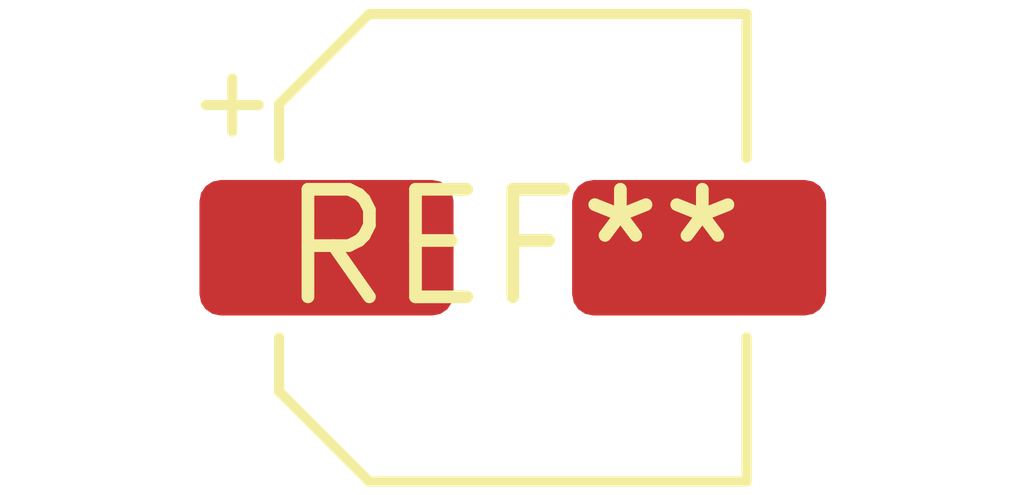
<source format=kicad_pcb>
(kicad_pcb (version 20240108) (generator pcbnew)
  (layers (0 "F.Cu" signal) (31 "B.Cu" signal) (34 "B.Paste" user) (35 "F.Paste" user) (36 "B.SilkS" user "B.Silkscreen") (37 "F.SilkS" user "F.Silkscreen") (38 "B.Mask" user) (39 "F.Mask" user) (44 "Edge.Cuts" user))
  (net 0 "")
  (footprint "CP_Elec_5x3" (layer "F.Cu") (at 0 0)
    (property "Reference" "REF**")
    (property "Value" "CP_Elec_5x3")
    (fp_line (start -3.625 -1.685) (end -3 -1.685) (layer "F.SilkS") (stroke (width 0.12)))
    (fp_line (start -3.3125 -1.9975) (end -3.3125 -1.3725) (layer "F.SilkS") (stroke (width 0.12)))
    (fp_line (start -2.76 -1.695563) (end -2.76 -1.06) (layer "F.SilkS") (stroke (width 0.12)))
    (fp_line (start -2.76 -1.695563) (end -1.695563 -2.76) (layer "F.SilkS") (stroke (width 0.12)))
    (fp_line (start -2.76 1.695563) (end -2.76 1.06) (layer "F.SilkS") (stroke (width 0.12)))
    (fp_line (start -2.76 1.695563) (end -1.695563 2.76) (layer "F.SilkS") (stroke (width 0.12)))
    (fp_line (start -1.695563 -2.76) (end 2.76 -2.76) (layer "F.SilkS") (stroke (width 0.12)))
    (fp_line (start -1.695563 2.76) (end 2.76 2.76) (layer "F.SilkS") (stroke (width 0.12)))
    (fp_line (start 2.76 -2.76) (end 2.76 -1.06) (layer "F.SilkS") (stroke (width 0.12)))
    (fp_line (start 2.76 2.76) (end 2.76 1.06) (layer "F.SilkS") (stroke (width 0.12)))
    (pad "1" smd roundrect (at -2.2 0) (size 3 1.6) (layers "F.Cu" "F.Paste" "F.Mask") (roundrect_rratio 0.15625))
    (pad "2" smd roundrect (at 2.2 0) (size 3 1.6) (layers "F.Cu" "F.Paste" "F.Mask") (roundrect_rratio 0.15625))
  )
)
</source>
